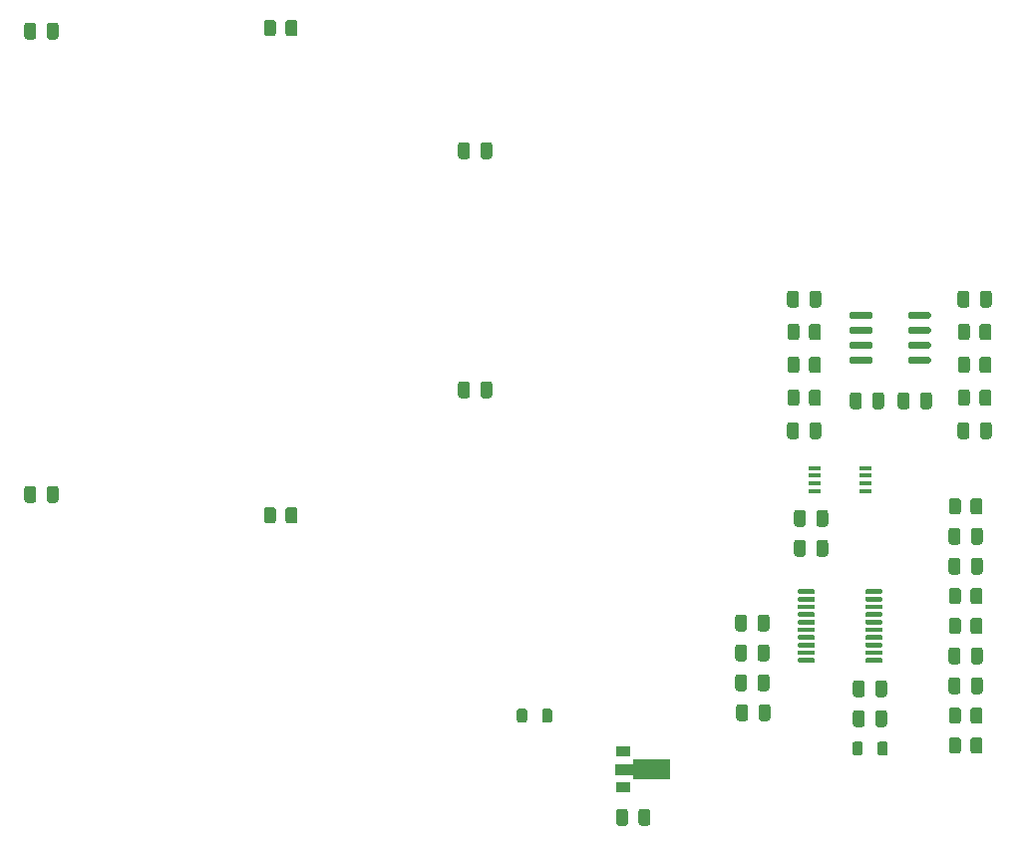
<source format=gbp>
G04 #@! TF.GenerationSoftware,KiCad,Pcbnew,6.0.5+dfsg-1~bpo11+1*
G04 #@! TF.CreationDate,2022-08-16T14:50:18+00:00*
G04 #@! TF.ProjectId,lfo_and_power_supply,6c666f5f-616e-4645-9f70-6f7765725f73,0*
G04 #@! TF.SameCoordinates,Original*
G04 #@! TF.FileFunction,Paste,Bot*
G04 #@! TF.FilePolarity,Positive*
%FSLAX46Y46*%
G04 Gerber Fmt 4.6, Leading zero omitted, Abs format (unit mm)*
G04 Created by KiCad (PCBNEW 6.0.5+dfsg-1~bpo11+1) date 2022-08-16 14:50:18*
%MOMM*%
%LPD*%
G01*
G04 APERTURE LIST*
%ADD10R,1.300000X0.900000*%
%ADD11R,1.100000X0.400000*%
G04 APERTURE END LIST*
G36*
G01*
X164586500Y-105697000D02*
X164586500Y-106647000D01*
G75*
G02*
X164336500Y-106897000I-250000J0D01*
G01*
X163836500Y-106897000D01*
G75*
G02*
X163586500Y-106647000I0J250000D01*
G01*
X163586500Y-105697000D01*
G75*
G02*
X163836500Y-105447000I250000J0D01*
G01*
X164336500Y-105447000D01*
G75*
G02*
X164586500Y-105697000I0J-250000D01*
G01*
G37*
G36*
G01*
X162686500Y-105697000D02*
X162686500Y-106647000D01*
G75*
G02*
X162436500Y-106897000I-250000J0D01*
G01*
X161936500Y-106897000D01*
G75*
G02*
X161686500Y-106647000I0J250000D01*
G01*
X161686500Y-105697000D01*
G75*
G02*
X161936500Y-105447000I250000J0D01*
G01*
X162436500Y-105447000D01*
G75*
G02*
X162686500Y-105697000I0J-250000D01*
G01*
G37*
G36*
G01*
X159598000Y-119667000D02*
X159598000Y-120617000D01*
G75*
G02*
X159348000Y-120867000I-250000J0D01*
G01*
X158848000Y-120867000D01*
G75*
G02*
X158598000Y-120617000I0J250000D01*
G01*
X158598000Y-119667000D01*
G75*
G02*
X158848000Y-119417000I250000J0D01*
G01*
X159348000Y-119417000D01*
G75*
G02*
X159598000Y-119667000I0J-250000D01*
G01*
G37*
G36*
G01*
X157698000Y-119667000D02*
X157698000Y-120617000D01*
G75*
G02*
X157448000Y-120867000I-250000J0D01*
G01*
X156948000Y-120867000D01*
G75*
G02*
X156698000Y-120617000I0J250000D01*
G01*
X156698000Y-119667000D01*
G75*
G02*
X156948000Y-119417000I250000J0D01*
G01*
X157448000Y-119417000D01*
G75*
G02*
X157698000Y-119667000I0J-250000D01*
G01*
G37*
G36*
G01*
X175613000Y-96368000D02*
X175613000Y-95468000D01*
G75*
G02*
X175863000Y-95218000I250000J0D01*
G01*
X176388000Y-95218000D01*
G75*
G02*
X176638000Y-95468000I0J-250000D01*
G01*
X176638000Y-96368000D01*
G75*
G02*
X176388000Y-96618000I-250000J0D01*
G01*
X175863000Y-96618000D01*
G75*
G02*
X175613000Y-96368000I0J250000D01*
G01*
G37*
G36*
G01*
X177438000Y-96368000D02*
X177438000Y-95468000D01*
G75*
G02*
X177688000Y-95218000I250000J0D01*
G01*
X178213000Y-95218000D01*
G75*
G02*
X178463000Y-95468000I0J-250000D01*
G01*
X178463000Y-96368000D01*
G75*
G02*
X178213000Y-96618000I-250000J0D01*
G01*
X177688000Y-96618000D01*
G75*
G02*
X177438000Y-96368000I0J250000D01*
G01*
G37*
G36*
G01*
X163985000Y-89880000D02*
X163985000Y-90780000D01*
G75*
G02*
X163735000Y-91030000I-250000J0D01*
G01*
X163210000Y-91030000D01*
G75*
G02*
X162960000Y-90780000I0J250000D01*
G01*
X162960000Y-89880000D01*
G75*
G02*
X163210000Y-89630000I250000J0D01*
G01*
X163735000Y-89630000D01*
G75*
G02*
X163985000Y-89880000I0J-250000D01*
G01*
G37*
G36*
G01*
X162160000Y-89880000D02*
X162160000Y-90780000D01*
G75*
G02*
X161910000Y-91030000I-250000J0D01*
G01*
X161385000Y-91030000D01*
G75*
G02*
X161135000Y-90780000I0J250000D01*
G01*
X161135000Y-89880000D01*
G75*
G02*
X161385000Y-89630000I250000J0D01*
G01*
X161910000Y-89630000D01*
G75*
G02*
X162160000Y-89880000I0J-250000D01*
G01*
G37*
G36*
G01*
X174826000Y-110711000D02*
X174826000Y-109761000D01*
G75*
G02*
X175076000Y-109511000I250000J0D01*
G01*
X175576000Y-109511000D01*
G75*
G02*
X175826000Y-109761000I0J-250000D01*
G01*
X175826000Y-110711000D01*
G75*
G02*
X175576000Y-110961000I-250000J0D01*
G01*
X175076000Y-110961000D01*
G75*
G02*
X174826000Y-110711000I0J250000D01*
G01*
G37*
G36*
G01*
X176726000Y-110711000D02*
X176726000Y-109761000D01*
G75*
G02*
X176976000Y-109511000I250000J0D01*
G01*
X177476000Y-109511000D01*
G75*
G02*
X177726000Y-109761000I0J-250000D01*
G01*
X177726000Y-110711000D01*
G75*
G02*
X177476000Y-110961000I-250000J0D01*
G01*
X176976000Y-110961000D01*
G75*
G02*
X176726000Y-110711000I0J250000D01*
G01*
G37*
G36*
G01*
X99240000Y-64295000D02*
X99240000Y-65245000D01*
G75*
G02*
X98990000Y-65495000I-250000J0D01*
G01*
X98490000Y-65495000D01*
G75*
G02*
X98240000Y-65245000I0J250000D01*
G01*
X98240000Y-64295000D01*
G75*
G02*
X98490000Y-64045000I250000J0D01*
G01*
X98990000Y-64045000D01*
G75*
G02*
X99240000Y-64295000I0J-250000D01*
G01*
G37*
G36*
G01*
X97340000Y-64295000D02*
X97340000Y-65245000D01*
G75*
G02*
X97090000Y-65495000I-250000J0D01*
G01*
X96590000Y-65495000D01*
G75*
G02*
X96340000Y-65245000I0J250000D01*
G01*
X96340000Y-64295000D01*
G75*
G02*
X96590000Y-64045000I250000J0D01*
G01*
X97090000Y-64045000D01*
G75*
G02*
X97340000Y-64295000I0J-250000D01*
G01*
G37*
G36*
G01*
X99240000Y-103665000D02*
X99240000Y-104615000D01*
G75*
G02*
X98990000Y-104865000I-250000J0D01*
G01*
X98490000Y-104865000D01*
G75*
G02*
X98240000Y-104615000I0J250000D01*
G01*
X98240000Y-103665000D01*
G75*
G02*
X98490000Y-103415000I250000J0D01*
G01*
X98990000Y-103415000D01*
G75*
G02*
X99240000Y-103665000I0J-250000D01*
G01*
G37*
G36*
G01*
X97340000Y-103665000D02*
X97340000Y-104615000D01*
G75*
G02*
X97090000Y-104865000I-250000J0D01*
G01*
X96590000Y-104865000D01*
G75*
G02*
X96340000Y-104615000I0J250000D01*
G01*
X96340000Y-103665000D01*
G75*
G02*
X96590000Y-103415000I250000J0D01*
G01*
X97090000Y-103415000D01*
G75*
G02*
X97340000Y-103665000I0J-250000D01*
G01*
G37*
G36*
G01*
X166648000Y-126111250D02*
X166648000Y-125348750D01*
G75*
G02*
X166866750Y-125130000I218750J0D01*
G01*
X167304250Y-125130000D01*
G75*
G02*
X167523000Y-125348750I0J-218750D01*
G01*
X167523000Y-126111250D01*
G75*
G02*
X167304250Y-126330000I-218750J0D01*
G01*
X166866750Y-126330000D01*
G75*
G02*
X166648000Y-126111250I0J218750D01*
G01*
G37*
G36*
G01*
X168773000Y-126111250D02*
X168773000Y-125348750D01*
G75*
G02*
X168991750Y-125130000I218750J0D01*
G01*
X169429250Y-125130000D01*
G75*
G02*
X169648000Y-125348750I0J-218750D01*
G01*
X169648000Y-126111250D01*
G75*
G02*
X169429250Y-126330000I-218750J0D01*
G01*
X168991750Y-126330000D01*
G75*
G02*
X168773000Y-126111250I0J218750D01*
G01*
G37*
G36*
G01*
X169344000Y-95697000D02*
X169344000Y-96647000D01*
G75*
G02*
X169094000Y-96897000I-250000J0D01*
G01*
X168594000Y-96897000D01*
G75*
G02*
X168344000Y-96647000I0J250000D01*
G01*
X168344000Y-95697000D01*
G75*
G02*
X168594000Y-95447000I250000J0D01*
G01*
X169094000Y-95447000D01*
G75*
G02*
X169344000Y-95697000I0J-250000D01*
G01*
G37*
G36*
G01*
X167444000Y-95697000D02*
X167444000Y-96647000D01*
G75*
G02*
X167194000Y-96897000I-250000J0D01*
G01*
X166694000Y-96897000D01*
G75*
G02*
X166444000Y-96647000I0J250000D01*
G01*
X166444000Y-95697000D01*
G75*
G02*
X166694000Y-95447000I250000J0D01*
G01*
X167194000Y-95447000D01*
G75*
G02*
X167444000Y-95697000I0J-250000D01*
G01*
G37*
G36*
G01*
X133170000Y-95725000D02*
X133170000Y-94775000D01*
G75*
G02*
X133420000Y-94525000I250000J0D01*
G01*
X133920000Y-94525000D01*
G75*
G02*
X134170000Y-94775000I0J-250000D01*
G01*
X134170000Y-95725000D01*
G75*
G02*
X133920000Y-95975000I-250000J0D01*
G01*
X133420000Y-95975000D01*
G75*
G02*
X133170000Y-95725000I0J250000D01*
G01*
G37*
G36*
G01*
X135070000Y-95725000D02*
X135070000Y-94775000D01*
G75*
G02*
X135320000Y-94525000I250000J0D01*
G01*
X135820000Y-94525000D01*
G75*
G02*
X136070000Y-94775000I0J-250000D01*
G01*
X136070000Y-95725000D01*
G75*
G02*
X135820000Y-95975000I-250000J0D01*
G01*
X135320000Y-95975000D01*
G75*
G02*
X135070000Y-95725000I0J250000D01*
G01*
G37*
G36*
G01*
X159598000Y-117127000D02*
X159598000Y-118077000D01*
G75*
G02*
X159348000Y-118327000I-250000J0D01*
G01*
X158848000Y-118327000D01*
G75*
G02*
X158598000Y-118077000I0J250000D01*
G01*
X158598000Y-117127000D01*
G75*
G02*
X158848000Y-116877000I250000J0D01*
G01*
X159348000Y-116877000D01*
G75*
G02*
X159598000Y-117127000I0J-250000D01*
G01*
G37*
G36*
G01*
X157698000Y-117127000D02*
X157698000Y-118077000D01*
G75*
G02*
X157448000Y-118327000I-250000J0D01*
G01*
X156948000Y-118327000D01*
G75*
G02*
X156698000Y-118077000I0J250000D01*
G01*
X156698000Y-117127000D01*
G75*
G02*
X156948000Y-116877000I250000J0D01*
G01*
X157448000Y-116877000D01*
G75*
G02*
X157698000Y-117127000I0J-250000D01*
G01*
G37*
G36*
G01*
X166698000Y-123665000D02*
X166698000Y-122715000D01*
G75*
G02*
X166948000Y-122465000I250000J0D01*
G01*
X167448000Y-122465000D01*
G75*
G02*
X167698000Y-122715000I0J-250000D01*
G01*
X167698000Y-123665000D01*
G75*
G02*
X167448000Y-123915000I-250000J0D01*
G01*
X166948000Y-123915000D01*
G75*
G02*
X166698000Y-123665000I0J250000D01*
G01*
G37*
G36*
G01*
X168598000Y-123665000D02*
X168598000Y-122715000D01*
G75*
G02*
X168848000Y-122465000I250000J0D01*
G01*
X169348000Y-122465000D01*
G75*
G02*
X169598000Y-122715000I0J-250000D01*
G01*
X169598000Y-123665000D01*
G75*
G02*
X169348000Y-123915000I-250000J0D01*
G01*
X168848000Y-123915000D01*
G75*
G02*
X168598000Y-123665000I0J250000D01*
G01*
G37*
G36*
G01*
X159692000Y-122207000D02*
X159692000Y-123157000D01*
G75*
G02*
X159442000Y-123407000I-250000J0D01*
G01*
X158942000Y-123407000D01*
G75*
G02*
X158692000Y-123157000I0J250000D01*
G01*
X158692000Y-122207000D01*
G75*
G02*
X158942000Y-121957000I250000J0D01*
G01*
X159442000Y-121957000D01*
G75*
G02*
X159692000Y-122207000I0J-250000D01*
G01*
G37*
G36*
G01*
X157792000Y-122207000D02*
X157792000Y-123157000D01*
G75*
G02*
X157542000Y-123407000I-250000J0D01*
G01*
X157042000Y-123407000D01*
G75*
G02*
X156792000Y-123157000I0J250000D01*
G01*
X156792000Y-122207000D01*
G75*
G02*
X157042000Y-121957000I250000J0D01*
G01*
X157542000Y-121957000D01*
G75*
G02*
X157792000Y-122207000I0J-250000D01*
G01*
G37*
G36*
G01*
X116685000Y-64966000D02*
X116685000Y-64066000D01*
G75*
G02*
X116935000Y-63816000I250000J0D01*
G01*
X117460000Y-63816000D01*
G75*
G02*
X117710000Y-64066000I0J-250000D01*
G01*
X117710000Y-64966000D01*
G75*
G02*
X117460000Y-65216000I-250000J0D01*
G01*
X116935000Y-65216000D01*
G75*
G02*
X116685000Y-64966000I0J250000D01*
G01*
G37*
G36*
G01*
X118510000Y-64966000D02*
X118510000Y-64066000D01*
G75*
G02*
X118760000Y-63816000I250000J0D01*
G01*
X119285000Y-63816000D01*
G75*
G02*
X119535000Y-64066000I0J-250000D01*
G01*
X119535000Y-64966000D01*
G75*
G02*
X119285000Y-65216000I-250000J0D01*
G01*
X118760000Y-65216000D01*
G75*
G02*
X118510000Y-64966000I0J250000D01*
G01*
G37*
G36*
G01*
X159598000Y-114587000D02*
X159598000Y-115537000D01*
G75*
G02*
X159348000Y-115787000I-250000J0D01*
G01*
X158848000Y-115787000D01*
G75*
G02*
X158598000Y-115537000I0J250000D01*
G01*
X158598000Y-114587000D01*
G75*
G02*
X158848000Y-114337000I250000J0D01*
G01*
X159348000Y-114337000D01*
G75*
G02*
X159598000Y-114587000I0J-250000D01*
G01*
G37*
G36*
G01*
X157698000Y-114587000D02*
X157698000Y-115537000D01*
G75*
G02*
X157448000Y-115787000I-250000J0D01*
G01*
X156948000Y-115787000D01*
G75*
G02*
X156698000Y-115537000I0J250000D01*
G01*
X156698000Y-114587000D01*
G75*
G02*
X156948000Y-114337000I250000J0D01*
G01*
X157448000Y-114337000D01*
G75*
G02*
X157698000Y-114587000I0J-250000D01*
G01*
G37*
G36*
G01*
X133170000Y-75405000D02*
X133170000Y-74455000D01*
G75*
G02*
X133420000Y-74205000I250000J0D01*
G01*
X133920000Y-74205000D01*
G75*
G02*
X134170000Y-74455000I0J-250000D01*
G01*
X134170000Y-75405000D01*
G75*
G02*
X133920000Y-75655000I-250000J0D01*
G01*
X133420000Y-75655000D01*
G75*
G02*
X133170000Y-75405000I0J250000D01*
G01*
G37*
G36*
G01*
X135070000Y-75405000D02*
X135070000Y-74455000D01*
G75*
G02*
X135320000Y-74205000I250000J0D01*
G01*
X135820000Y-74205000D01*
G75*
G02*
X136070000Y-74455000I0J-250000D01*
G01*
X136070000Y-75405000D01*
G75*
G02*
X135820000Y-75655000I-250000J0D01*
G01*
X135320000Y-75655000D01*
G75*
G02*
X135070000Y-75405000I0J250000D01*
G01*
G37*
G36*
G01*
X174826000Y-118331000D02*
X174826000Y-117381000D01*
G75*
G02*
X175076000Y-117131000I250000J0D01*
G01*
X175576000Y-117131000D01*
G75*
G02*
X175826000Y-117381000I0J-250000D01*
G01*
X175826000Y-118331000D01*
G75*
G02*
X175576000Y-118581000I-250000J0D01*
G01*
X175076000Y-118581000D01*
G75*
G02*
X174826000Y-118331000I0J250000D01*
G01*
G37*
G36*
G01*
X176726000Y-118331000D02*
X176726000Y-117381000D01*
G75*
G02*
X176976000Y-117131000I250000J0D01*
G01*
X177476000Y-117131000D01*
G75*
G02*
X177726000Y-117381000I0J-250000D01*
G01*
X177726000Y-118331000D01*
G75*
G02*
X177476000Y-118581000I-250000J0D01*
G01*
X176976000Y-118581000D01*
G75*
G02*
X176726000Y-118331000I0J250000D01*
G01*
G37*
G36*
G01*
X174826000Y-108171000D02*
X174826000Y-107221000D01*
G75*
G02*
X175076000Y-106971000I250000J0D01*
G01*
X175576000Y-106971000D01*
G75*
G02*
X175826000Y-107221000I0J-250000D01*
G01*
X175826000Y-108171000D01*
G75*
G02*
X175576000Y-108421000I-250000J0D01*
G01*
X175076000Y-108421000D01*
G75*
G02*
X174826000Y-108171000I0J250000D01*
G01*
G37*
G36*
G01*
X176726000Y-108171000D02*
X176726000Y-107221000D01*
G75*
G02*
X176976000Y-106971000I250000J0D01*
G01*
X177476000Y-106971000D01*
G75*
G02*
X177726000Y-107221000I0J-250000D01*
G01*
X177726000Y-108171000D01*
G75*
G02*
X177476000Y-108421000I-250000J0D01*
G01*
X176976000Y-108421000D01*
G75*
G02*
X176726000Y-108171000I0J250000D01*
G01*
G37*
G36*
G01*
X177701000Y-114866000D02*
X177701000Y-115766000D01*
G75*
G02*
X177451000Y-116016000I-250000J0D01*
G01*
X176926000Y-116016000D01*
G75*
G02*
X176676000Y-115766000I0J250000D01*
G01*
X176676000Y-114866000D01*
G75*
G02*
X176926000Y-114616000I250000J0D01*
G01*
X177451000Y-114616000D01*
G75*
G02*
X177701000Y-114866000I0J-250000D01*
G01*
G37*
G36*
G01*
X175876000Y-114866000D02*
X175876000Y-115766000D01*
G75*
G02*
X175626000Y-116016000I-250000J0D01*
G01*
X175101000Y-116016000D01*
G75*
G02*
X174851000Y-115766000I0J250000D01*
G01*
X174851000Y-114866000D01*
G75*
G02*
X175101000Y-114616000I250000J0D01*
G01*
X175626000Y-114616000D01*
G75*
G02*
X175876000Y-114866000I0J-250000D01*
G01*
G37*
G36*
G01*
X178463000Y-92674000D02*
X178463000Y-93574000D01*
G75*
G02*
X178213000Y-93824000I-250000J0D01*
G01*
X177688000Y-93824000D01*
G75*
G02*
X177438000Y-93574000I0J250000D01*
G01*
X177438000Y-92674000D01*
G75*
G02*
X177688000Y-92424000I250000J0D01*
G01*
X178213000Y-92424000D01*
G75*
G02*
X178463000Y-92674000I0J-250000D01*
G01*
G37*
G36*
G01*
X176638000Y-92674000D02*
X176638000Y-93574000D01*
G75*
G02*
X176388000Y-93824000I-250000J0D01*
G01*
X175863000Y-93824000D01*
G75*
G02*
X175613000Y-93574000I0J250000D01*
G01*
X175613000Y-92674000D01*
G75*
G02*
X175863000Y-92424000I250000J0D01*
G01*
X176388000Y-92424000D01*
G75*
G02*
X176638000Y-92674000I0J-250000D01*
G01*
G37*
G36*
G01*
X169208000Y-112291000D02*
X169208000Y-112491000D01*
G75*
G02*
X169108000Y-112591000I-100000J0D01*
G01*
X167833000Y-112591000D01*
G75*
G02*
X167733000Y-112491000I0J100000D01*
G01*
X167733000Y-112291000D01*
G75*
G02*
X167833000Y-112191000I100000J0D01*
G01*
X169108000Y-112191000D01*
G75*
G02*
X169208000Y-112291000I0J-100000D01*
G01*
G37*
G36*
G01*
X169208000Y-112941000D02*
X169208000Y-113141000D01*
G75*
G02*
X169108000Y-113241000I-100000J0D01*
G01*
X167833000Y-113241000D01*
G75*
G02*
X167733000Y-113141000I0J100000D01*
G01*
X167733000Y-112941000D01*
G75*
G02*
X167833000Y-112841000I100000J0D01*
G01*
X169108000Y-112841000D01*
G75*
G02*
X169208000Y-112941000I0J-100000D01*
G01*
G37*
G36*
G01*
X169208000Y-113591000D02*
X169208000Y-113791000D01*
G75*
G02*
X169108000Y-113891000I-100000J0D01*
G01*
X167833000Y-113891000D01*
G75*
G02*
X167733000Y-113791000I0J100000D01*
G01*
X167733000Y-113591000D01*
G75*
G02*
X167833000Y-113491000I100000J0D01*
G01*
X169108000Y-113491000D01*
G75*
G02*
X169208000Y-113591000I0J-100000D01*
G01*
G37*
G36*
G01*
X169208000Y-114241000D02*
X169208000Y-114441000D01*
G75*
G02*
X169108000Y-114541000I-100000J0D01*
G01*
X167833000Y-114541000D01*
G75*
G02*
X167733000Y-114441000I0J100000D01*
G01*
X167733000Y-114241000D01*
G75*
G02*
X167833000Y-114141000I100000J0D01*
G01*
X169108000Y-114141000D01*
G75*
G02*
X169208000Y-114241000I0J-100000D01*
G01*
G37*
G36*
G01*
X169208000Y-114891000D02*
X169208000Y-115091000D01*
G75*
G02*
X169108000Y-115191000I-100000J0D01*
G01*
X167833000Y-115191000D01*
G75*
G02*
X167733000Y-115091000I0J100000D01*
G01*
X167733000Y-114891000D01*
G75*
G02*
X167833000Y-114791000I100000J0D01*
G01*
X169108000Y-114791000D01*
G75*
G02*
X169208000Y-114891000I0J-100000D01*
G01*
G37*
G36*
G01*
X169208000Y-115541000D02*
X169208000Y-115741000D01*
G75*
G02*
X169108000Y-115841000I-100000J0D01*
G01*
X167833000Y-115841000D01*
G75*
G02*
X167733000Y-115741000I0J100000D01*
G01*
X167733000Y-115541000D01*
G75*
G02*
X167833000Y-115441000I100000J0D01*
G01*
X169108000Y-115441000D01*
G75*
G02*
X169208000Y-115541000I0J-100000D01*
G01*
G37*
G36*
G01*
X169208000Y-116191000D02*
X169208000Y-116391000D01*
G75*
G02*
X169108000Y-116491000I-100000J0D01*
G01*
X167833000Y-116491000D01*
G75*
G02*
X167733000Y-116391000I0J100000D01*
G01*
X167733000Y-116191000D01*
G75*
G02*
X167833000Y-116091000I100000J0D01*
G01*
X169108000Y-116091000D01*
G75*
G02*
X169208000Y-116191000I0J-100000D01*
G01*
G37*
G36*
G01*
X169208000Y-116841000D02*
X169208000Y-117041000D01*
G75*
G02*
X169108000Y-117141000I-100000J0D01*
G01*
X167833000Y-117141000D01*
G75*
G02*
X167733000Y-117041000I0J100000D01*
G01*
X167733000Y-116841000D01*
G75*
G02*
X167833000Y-116741000I100000J0D01*
G01*
X169108000Y-116741000D01*
G75*
G02*
X169208000Y-116841000I0J-100000D01*
G01*
G37*
G36*
G01*
X169208000Y-117491000D02*
X169208000Y-117691000D01*
G75*
G02*
X169108000Y-117791000I-100000J0D01*
G01*
X167833000Y-117791000D01*
G75*
G02*
X167733000Y-117691000I0J100000D01*
G01*
X167733000Y-117491000D01*
G75*
G02*
X167833000Y-117391000I100000J0D01*
G01*
X169108000Y-117391000D01*
G75*
G02*
X169208000Y-117491000I0J-100000D01*
G01*
G37*
G36*
G01*
X169208000Y-118141000D02*
X169208000Y-118341000D01*
G75*
G02*
X169108000Y-118441000I-100000J0D01*
G01*
X167833000Y-118441000D01*
G75*
G02*
X167733000Y-118341000I0J100000D01*
G01*
X167733000Y-118141000D01*
G75*
G02*
X167833000Y-118041000I100000J0D01*
G01*
X169108000Y-118041000D01*
G75*
G02*
X169208000Y-118141000I0J-100000D01*
G01*
G37*
G36*
G01*
X163483000Y-118141000D02*
X163483000Y-118341000D01*
G75*
G02*
X163383000Y-118441000I-100000J0D01*
G01*
X162108000Y-118441000D01*
G75*
G02*
X162008000Y-118341000I0J100000D01*
G01*
X162008000Y-118141000D01*
G75*
G02*
X162108000Y-118041000I100000J0D01*
G01*
X163383000Y-118041000D01*
G75*
G02*
X163483000Y-118141000I0J-100000D01*
G01*
G37*
G36*
G01*
X163483000Y-117491000D02*
X163483000Y-117691000D01*
G75*
G02*
X163383000Y-117791000I-100000J0D01*
G01*
X162108000Y-117791000D01*
G75*
G02*
X162008000Y-117691000I0J100000D01*
G01*
X162008000Y-117491000D01*
G75*
G02*
X162108000Y-117391000I100000J0D01*
G01*
X163383000Y-117391000D01*
G75*
G02*
X163483000Y-117491000I0J-100000D01*
G01*
G37*
G36*
G01*
X163483000Y-116841000D02*
X163483000Y-117041000D01*
G75*
G02*
X163383000Y-117141000I-100000J0D01*
G01*
X162108000Y-117141000D01*
G75*
G02*
X162008000Y-117041000I0J100000D01*
G01*
X162008000Y-116841000D01*
G75*
G02*
X162108000Y-116741000I100000J0D01*
G01*
X163383000Y-116741000D01*
G75*
G02*
X163483000Y-116841000I0J-100000D01*
G01*
G37*
G36*
G01*
X163483000Y-116191000D02*
X163483000Y-116391000D01*
G75*
G02*
X163383000Y-116491000I-100000J0D01*
G01*
X162108000Y-116491000D01*
G75*
G02*
X162008000Y-116391000I0J100000D01*
G01*
X162008000Y-116191000D01*
G75*
G02*
X162108000Y-116091000I100000J0D01*
G01*
X163383000Y-116091000D01*
G75*
G02*
X163483000Y-116191000I0J-100000D01*
G01*
G37*
G36*
G01*
X163483000Y-115541000D02*
X163483000Y-115741000D01*
G75*
G02*
X163383000Y-115841000I-100000J0D01*
G01*
X162108000Y-115841000D01*
G75*
G02*
X162008000Y-115741000I0J100000D01*
G01*
X162008000Y-115541000D01*
G75*
G02*
X162108000Y-115441000I100000J0D01*
G01*
X163383000Y-115441000D01*
G75*
G02*
X163483000Y-115541000I0J-100000D01*
G01*
G37*
G36*
G01*
X163483000Y-114891000D02*
X163483000Y-115091000D01*
G75*
G02*
X163383000Y-115191000I-100000J0D01*
G01*
X162108000Y-115191000D01*
G75*
G02*
X162008000Y-115091000I0J100000D01*
G01*
X162008000Y-114891000D01*
G75*
G02*
X162108000Y-114791000I100000J0D01*
G01*
X163383000Y-114791000D01*
G75*
G02*
X163483000Y-114891000I0J-100000D01*
G01*
G37*
G36*
G01*
X163483000Y-114241000D02*
X163483000Y-114441000D01*
G75*
G02*
X163383000Y-114541000I-100000J0D01*
G01*
X162108000Y-114541000D01*
G75*
G02*
X162008000Y-114441000I0J100000D01*
G01*
X162008000Y-114241000D01*
G75*
G02*
X162108000Y-114141000I100000J0D01*
G01*
X163383000Y-114141000D01*
G75*
G02*
X163483000Y-114241000I0J-100000D01*
G01*
G37*
G36*
G01*
X163483000Y-113591000D02*
X163483000Y-113791000D01*
G75*
G02*
X163383000Y-113891000I-100000J0D01*
G01*
X162108000Y-113891000D01*
G75*
G02*
X162008000Y-113791000I0J100000D01*
G01*
X162008000Y-113591000D01*
G75*
G02*
X162108000Y-113491000I100000J0D01*
G01*
X163383000Y-113491000D01*
G75*
G02*
X163483000Y-113591000I0J-100000D01*
G01*
G37*
G36*
G01*
X163483000Y-112941000D02*
X163483000Y-113141000D01*
G75*
G02*
X163383000Y-113241000I-100000J0D01*
G01*
X162108000Y-113241000D01*
G75*
G02*
X162008000Y-113141000I0J100000D01*
G01*
X162008000Y-112941000D01*
G75*
G02*
X162108000Y-112841000I100000J0D01*
G01*
X163383000Y-112841000D01*
G75*
G02*
X163483000Y-112941000I0J-100000D01*
G01*
G37*
G36*
G01*
X163483000Y-112291000D02*
X163483000Y-112491000D01*
G75*
G02*
X163383000Y-112591000I-100000J0D01*
G01*
X162108000Y-112591000D01*
G75*
G02*
X162008000Y-112491000I0J100000D01*
G01*
X162008000Y-112291000D01*
G75*
G02*
X162108000Y-112191000I100000J0D01*
G01*
X163383000Y-112191000D01*
G75*
G02*
X163483000Y-112291000I0J-100000D01*
G01*
G37*
G36*
G01*
X173315000Y-88783000D02*
X173315000Y-89083000D01*
G75*
G02*
X173165000Y-89233000I-150000J0D01*
G01*
X171515000Y-89233000D01*
G75*
G02*
X171365000Y-89083000I0J150000D01*
G01*
X171365000Y-88783000D01*
G75*
G02*
X171515000Y-88633000I150000J0D01*
G01*
X173165000Y-88633000D01*
G75*
G02*
X173315000Y-88783000I0J-150000D01*
G01*
G37*
G36*
G01*
X173315000Y-90053000D02*
X173315000Y-90353000D01*
G75*
G02*
X173165000Y-90503000I-150000J0D01*
G01*
X171515000Y-90503000D01*
G75*
G02*
X171365000Y-90353000I0J150000D01*
G01*
X171365000Y-90053000D01*
G75*
G02*
X171515000Y-89903000I150000J0D01*
G01*
X173165000Y-89903000D01*
G75*
G02*
X173315000Y-90053000I0J-150000D01*
G01*
G37*
G36*
G01*
X173315000Y-91323000D02*
X173315000Y-91623000D01*
G75*
G02*
X173165000Y-91773000I-150000J0D01*
G01*
X171515000Y-91773000D01*
G75*
G02*
X171365000Y-91623000I0J150000D01*
G01*
X171365000Y-91323000D01*
G75*
G02*
X171515000Y-91173000I150000J0D01*
G01*
X173165000Y-91173000D01*
G75*
G02*
X173315000Y-91323000I0J-150000D01*
G01*
G37*
G36*
G01*
X173315000Y-92593000D02*
X173315000Y-92893000D01*
G75*
G02*
X173165000Y-93043000I-150000J0D01*
G01*
X171515000Y-93043000D01*
G75*
G02*
X171365000Y-92893000I0J150000D01*
G01*
X171365000Y-92593000D01*
G75*
G02*
X171515000Y-92443000I150000J0D01*
G01*
X173165000Y-92443000D01*
G75*
G02*
X173315000Y-92593000I0J-150000D01*
G01*
G37*
G36*
G01*
X168365000Y-92593000D02*
X168365000Y-92893000D01*
G75*
G02*
X168215000Y-93043000I-150000J0D01*
G01*
X166565000Y-93043000D01*
G75*
G02*
X166415000Y-92893000I0J150000D01*
G01*
X166415000Y-92593000D01*
G75*
G02*
X166565000Y-92443000I150000J0D01*
G01*
X168215000Y-92443000D01*
G75*
G02*
X168365000Y-92593000I0J-150000D01*
G01*
G37*
G36*
G01*
X168365000Y-91323000D02*
X168365000Y-91623000D01*
G75*
G02*
X168215000Y-91773000I-150000J0D01*
G01*
X166565000Y-91773000D01*
G75*
G02*
X166415000Y-91623000I0J150000D01*
G01*
X166415000Y-91323000D01*
G75*
G02*
X166565000Y-91173000I150000J0D01*
G01*
X168215000Y-91173000D01*
G75*
G02*
X168365000Y-91323000I0J-150000D01*
G01*
G37*
G36*
G01*
X168365000Y-90053000D02*
X168365000Y-90353000D01*
G75*
G02*
X168215000Y-90503000I-150000J0D01*
G01*
X166565000Y-90503000D01*
G75*
G02*
X166415000Y-90353000I0J150000D01*
G01*
X166415000Y-90053000D01*
G75*
G02*
X166565000Y-89903000I150000J0D01*
G01*
X168215000Y-89903000D01*
G75*
G02*
X168365000Y-90053000I0J-150000D01*
G01*
G37*
G36*
G01*
X168365000Y-88783000D02*
X168365000Y-89083000D01*
G75*
G02*
X168215000Y-89233000I-150000J0D01*
G01*
X166565000Y-89233000D01*
G75*
G02*
X166415000Y-89083000I0J150000D01*
G01*
X166415000Y-88783000D01*
G75*
G02*
X166565000Y-88633000I150000J0D01*
G01*
X168215000Y-88633000D01*
G75*
G02*
X168365000Y-88783000I0J-150000D01*
G01*
G37*
G36*
G01*
X166698000Y-121125000D02*
X166698000Y-120175000D01*
G75*
G02*
X166948000Y-119925000I250000J0D01*
G01*
X167448000Y-119925000D01*
G75*
G02*
X167698000Y-120175000I0J-250000D01*
G01*
X167698000Y-121125000D01*
G75*
G02*
X167448000Y-121375000I-250000J0D01*
G01*
X166948000Y-121375000D01*
G75*
G02*
X166698000Y-121125000I0J250000D01*
G01*
G37*
G36*
G01*
X168598000Y-121125000D02*
X168598000Y-120175000D01*
G75*
G02*
X168848000Y-119925000I250000J0D01*
G01*
X169348000Y-119925000D01*
G75*
G02*
X169598000Y-120175000I0J-250000D01*
G01*
X169598000Y-121125000D01*
G75*
G02*
X169348000Y-121375000I-250000J0D01*
G01*
X168848000Y-121375000D01*
G75*
G02*
X168598000Y-121125000I0J250000D01*
G01*
G37*
G36*
G01*
X164010000Y-98237000D02*
X164010000Y-99187000D01*
G75*
G02*
X163760000Y-99437000I-250000J0D01*
G01*
X163260000Y-99437000D01*
G75*
G02*
X163010000Y-99187000I0J250000D01*
G01*
X163010000Y-98237000D01*
G75*
G02*
X163260000Y-97987000I250000J0D01*
G01*
X163760000Y-97987000D01*
G75*
G02*
X164010000Y-98237000I0J-250000D01*
G01*
G37*
G36*
G01*
X162110000Y-98237000D02*
X162110000Y-99187000D01*
G75*
G02*
X161860000Y-99437000I-250000J0D01*
G01*
X161360000Y-99437000D01*
G75*
G02*
X161110000Y-99187000I0J250000D01*
G01*
X161110000Y-98237000D01*
G75*
G02*
X161360000Y-97987000I250000J0D01*
G01*
X161860000Y-97987000D01*
G75*
G02*
X162110000Y-98237000I0J-250000D01*
G01*
G37*
G36*
G01*
X138161500Y-123317250D02*
X138161500Y-122554750D01*
G75*
G02*
X138380250Y-122336000I218750J0D01*
G01*
X138817750Y-122336000D01*
G75*
G02*
X139036500Y-122554750I0J-218750D01*
G01*
X139036500Y-123317250D01*
G75*
G02*
X138817750Y-123536000I-218750J0D01*
G01*
X138380250Y-123536000D01*
G75*
G02*
X138161500Y-123317250I0J218750D01*
G01*
G37*
G36*
G01*
X140286500Y-123317250D02*
X140286500Y-122554750D01*
G75*
G02*
X140505250Y-122336000I218750J0D01*
G01*
X140942750Y-122336000D01*
G75*
G02*
X141161500Y-122554750I0J-218750D01*
G01*
X141161500Y-123317250D01*
G75*
G02*
X140942750Y-123536000I-218750J0D01*
G01*
X140505250Y-123536000D01*
G75*
G02*
X140286500Y-123317250I0J218750D01*
G01*
G37*
G36*
G01*
X174851000Y-123386000D02*
X174851000Y-122486000D01*
G75*
G02*
X175101000Y-122236000I250000J0D01*
G01*
X175626000Y-122236000D01*
G75*
G02*
X175876000Y-122486000I0J-250000D01*
G01*
X175876000Y-123386000D01*
G75*
G02*
X175626000Y-123636000I-250000J0D01*
G01*
X175101000Y-123636000D01*
G75*
G02*
X174851000Y-123386000I0J250000D01*
G01*
G37*
G36*
G01*
X176676000Y-123386000D02*
X176676000Y-122486000D01*
G75*
G02*
X176926000Y-122236000I250000J0D01*
G01*
X177451000Y-122236000D01*
G75*
G02*
X177701000Y-122486000I0J-250000D01*
G01*
X177701000Y-123386000D01*
G75*
G02*
X177451000Y-123636000I-250000J0D01*
G01*
X176926000Y-123636000D01*
G75*
G02*
X176676000Y-123386000I0J250000D01*
G01*
G37*
G36*
G01*
X163985000Y-95468000D02*
X163985000Y-96368000D01*
G75*
G02*
X163735000Y-96618000I-250000J0D01*
G01*
X163210000Y-96618000D01*
G75*
G02*
X162960000Y-96368000I0J250000D01*
G01*
X162960000Y-95468000D01*
G75*
G02*
X163210000Y-95218000I250000J0D01*
G01*
X163735000Y-95218000D01*
G75*
G02*
X163985000Y-95468000I0J-250000D01*
G01*
G37*
G36*
G01*
X162160000Y-95468000D02*
X162160000Y-96368000D01*
G75*
G02*
X161910000Y-96618000I-250000J0D01*
G01*
X161385000Y-96618000D01*
G75*
G02*
X161135000Y-96368000I0J250000D01*
G01*
X161135000Y-95468000D01*
G75*
G02*
X161385000Y-95218000I250000J0D01*
G01*
X161910000Y-95218000D01*
G75*
G02*
X162160000Y-95468000I0J-250000D01*
G01*
G37*
G36*
G01*
X175613000Y-90780000D02*
X175613000Y-89880000D01*
G75*
G02*
X175863000Y-89630000I250000J0D01*
G01*
X176388000Y-89630000D01*
G75*
G02*
X176638000Y-89880000I0J-250000D01*
G01*
X176638000Y-90780000D01*
G75*
G02*
X176388000Y-91030000I-250000J0D01*
G01*
X175863000Y-91030000D01*
G75*
G02*
X175613000Y-90780000I0J250000D01*
G01*
G37*
G36*
G01*
X177438000Y-90780000D02*
X177438000Y-89880000D01*
G75*
G02*
X177688000Y-89630000I250000J0D01*
G01*
X178213000Y-89630000D01*
G75*
G02*
X178463000Y-89880000I0J-250000D01*
G01*
X178463000Y-90780000D01*
G75*
G02*
X178213000Y-91030000I-250000J0D01*
G01*
X177688000Y-91030000D01*
G75*
G02*
X177438000Y-90780000I0J250000D01*
G01*
G37*
G36*
G01*
X174851000Y-113226000D02*
X174851000Y-112326000D01*
G75*
G02*
X175101000Y-112076000I250000J0D01*
G01*
X175626000Y-112076000D01*
G75*
G02*
X175876000Y-112326000I0J-250000D01*
G01*
X175876000Y-113226000D01*
G75*
G02*
X175626000Y-113476000I-250000J0D01*
G01*
X175101000Y-113476000D01*
G75*
G02*
X174851000Y-113226000I0J250000D01*
G01*
G37*
G36*
G01*
X176676000Y-113226000D02*
X176676000Y-112326000D01*
G75*
G02*
X176926000Y-112076000I250000J0D01*
G01*
X177451000Y-112076000D01*
G75*
G02*
X177701000Y-112326000I0J-250000D01*
G01*
X177701000Y-113226000D01*
G75*
G02*
X177451000Y-113476000I-250000J0D01*
G01*
X176926000Y-113476000D01*
G75*
G02*
X176676000Y-113226000I0J250000D01*
G01*
G37*
G36*
G01*
X177701000Y-125026000D02*
X177701000Y-125926000D01*
G75*
G02*
X177451000Y-126176000I-250000J0D01*
G01*
X176926000Y-126176000D01*
G75*
G02*
X176676000Y-125926000I0J250000D01*
G01*
X176676000Y-125026000D01*
G75*
G02*
X176926000Y-124776000I250000J0D01*
G01*
X177451000Y-124776000D01*
G75*
G02*
X177701000Y-125026000I0J-250000D01*
G01*
G37*
G36*
G01*
X175876000Y-125026000D02*
X175876000Y-125926000D01*
G75*
G02*
X175626000Y-126176000I-250000J0D01*
G01*
X175101000Y-126176000D01*
G75*
G02*
X174851000Y-125926000I0J250000D01*
G01*
X174851000Y-125026000D01*
G75*
G02*
X175101000Y-124776000I250000J0D01*
G01*
X175626000Y-124776000D01*
G75*
G02*
X175876000Y-125026000I0J-250000D01*
G01*
G37*
G36*
G01*
X116685000Y-106368000D02*
X116685000Y-105468000D01*
G75*
G02*
X116935000Y-105218000I250000J0D01*
G01*
X117460000Y-105218000D01*
G75*
G02*
X117710000Y-105468000I0J-250000D01*
G01*
X117710000Y-106368000D01*
G75*
G02*
X117460000Y-106618000I-250000J0D01*
G01*
X116935000Y-106618000D01*
G75*
G02*
X116685000Y-106368000I0J250000D01*
G01*
G37*
G36*
G01*
X118510000Y-106368000D02*
X118510000Y-105468000D01*
G75*
G02*
X118760000Y-105218000I250000J0D01*
G01*
X119285000Y-105218000D01*
G75*
G02*
X119535000Y-105468000I0J-250000D01*
G01*
X119535000Y-106368000D01*
G75*
G02*
X119285000Y-106618000I-250000J0D01*
G01*
X118760000Y-106618000D01*
G75*
G02*
X118510000Y-106368000I0J250000D01*
G01*
G37*
G36*
G01*
X149493500Y-131097000D02*
X149493500Y-132047000D01*
G75*
G02*
X149243500Y-132297000I-250000J0D01*
G01*
X148743500Y-132297000D01*
G75*
G02*
X148493500Y-132047000I0J250000D01*
G01*
X148493500Y-131097000D01*
G75*
G02*
X148743500Y-130847000I250000J0D01*
G01*
X149243500Y-130847000D01*
G75*
G02*
X149493500Y-131097000I0J-250000D01*
G01*
G37*
G36*
G01*
X147593500Y-131097000D02*
X147593500Y-132047000D01*
G75*
G02*
X147343500Y-132297000I-250000J0D01*
G01*
X146843500Y-132297000D01*
G75*
G02*
X146593500Y-132047000I0J250000D01*
G01*
X146593500Y-131097000D01*
G75*
G02*
X146843500Y-130847000I250000J0D01*
G01*
X147343500Y-130847000D01*
G75*
G02*
X147593500Y-131097000I0J-250000D01*
G01*
G37*
G36*
G01*
X161135000Y-93574000D02*
X161135000Y-92674000D01*
G75*
G02*
X161385000Y-92424000I250000J0D01*
G01*
X161910000Y-92424000D01*
G75*
G02*
X162160000Y-92674000I0J-250000D01*
G01*
X162160000Y-93574000D01*
G75*
G02*
X161910000Y-93824000I-250000J0D01*
G01*
X161385000Y-93824000D01*
G75*
G02*
X161135000Y-93574000I0J250000D01*
G01*
G37*
G36*
G01*
X162960000Y-93574000D02*
X162960000Y-92674000D01*
G75*
G02*
X163210000Y-92424000I250000J0D01*
G01*
X163735000Y-92424000D01*
G75*
G02*
X163985000Y-92674000I0J-250000D01*
G01*
X163985000Y-93574000D01*
G75*
G02*
X163735000Y-93824000I-250000J0D01*
G01*
X163210000Y-93824000D01*
G75*
G02*
X162960000Y-93574000I0J250000D01*
G01*
G37*
G36*
G01*
X175588000Y-88011000D02*
X175588000Y-87061000D01*
G75*
G02*
X175838000Y-86811000I250000J0D01*
G01*
X176338000Y-86811000D01*
G75*
G02*
X176588000Y-87061000I0J-250000D01*
G01*
X176588000Y-88011000D01*
G75*
G02*
X176338000Y-88261000I-250000J0D01*
G01*
X175838000Y-88261000D01*
G75*
G02*
X175588000Y-88011000I0J250000D01*
G01*
G37*
G36*
G01*
X177488000Y-88011000D02*
X177488000Y-87061000D01*
G75*
G02*
X177738000Y-86811000I250000J0D01*
G01*
X178238000Y-86811000D01*
G75*
G02*
X178488000Y-87061000I0J-250000D01*
G01*
X178488000Y-88011000D01*
G75*
G02*
X178238000Y-88261000I-250000J0D01*
G01*
X177738000Y-88261000D01*
G75*
G02*
X177488000Y-88011000I0J250000D01*
G01*
G37*
G36*
G01*
X174851000Y-105606000D02*
X174851000Y-104706000D01*
G75*
G02*
X175101000Y-104456000I250000J0D01*
G01*
X175626000Y-104456000D01*
G75*
G02*
X175876000Y-104706000I0J-250000D01*
G01*
X175876000Y-105606000D01*
G75*
G02*
X175626000Y-105856000I-250000J0D01*
G01*
X175101000Y-105856000D01*
G75*
G02*
X174851000Y-105606000I0J250000D01*
G01*
G37*
G36*
G01*
X176676000Y-105606000D02*
X176676000Y-104706000D01*
G75*
G02*
X176926000Y-104456000I250000J0D01*
G01*
X177451000Y-104456000D01*
G75*
G02*
X177701000Y-104706000I0J-250000D01*
G01*
X177701000Y-105606000D01*
G75*
G02*
X177451000Y-105856000I-250000J0D01*
G01*
X176926000Y-105856000D01*
G75*
G02*
X176676000Y-105606000I0J250000D01*
G01*
G37*
G36*
G01*
X173408000Y-95697000D02*
X173408000Y-96647000D01*
G75*
G02*
X173158000Y-96897000I-250000J0D01*
G01*
X172658000Y-96897000D01*
G75*
G02*
X172408000Y-96647000I0J250000D01*
G01*
X172408000Y-95697000D01*
G75*
G02*
X172658000Y-95447000I250000J0D01*
G01*
X173158000Y-95447000D01*
G75*
G02*
X173408000Y-95697000I0J-250000D01*
G01*
G37*
G36*
G01*
X171508000Y-95697000D02*
X171508000Y-96647000D01*
G75*
G02*
X171258000Y-96897000I-250000J0D01*
G01*
X170758000Y-96897000D01*
G75*
G02*
X170508000Y-96647000I0J250000D01*
G01*
X170508000Y-95697000D01*
G75*
G02*
X170758000Y-95447000I250000J0D01*
G01*
X171258000Y-95447000D01*
G75*
G02*
X171508000Y-95697000I0J-250000D01*
G01*
G37*
G36*
G01*
X174826000Y-120871000D02*
X174826000Y-119921000D01*
G75*
G02*
X175076000Y-119671000I250000J0D01*
G01*
X175576000Y-119671000D01*
G75*
G02*
X175826000Y-119921000I0J-250000D01*
G01*
X175826000Y-120871000D01*
G75*
G02*
X175576000Y-121121000I-250000J0D01*
G01*
X175076000Y-121121000D01*
G75*
G02*
X174826000Y-120871000I0J250000D01*
G01*
G37*
G36*
G01*
X176726000Y-120871000D02*
X176726000Y-119921000D01*
G75*
G02*
X176976000Y-119671000I250000J0D01*
G01*
X177476000Y-119671000D01*
G75*
G02*
X177726000Y-119921000I0J-250000D01*
G01*
X177726000Y-120871000D01*
G75*
G02*
X177476000Y-121121000I-250000J0D01*
G01*
X176976000Y-121121000D01*
G75*
G02*
X176726000Y-120871000I0J250000D01*
G01*
G37*
G36*
G01*
X164586500Y-108237000D02*
X164586500Y-109187000D01*
G75*
G02*
X164336500Y-109437000I-250000J0D01*
G01*
X163836500Y-109437000D01*
G75*
G02*
X163586500Y-109187000I0J250000D01*
G01*
X163586500Y-108237000D01*
G75*
G02*
X163836500Y-107987000I250000J0D01*
G01*
X164336500Y-107987000D01*
G75*
G02*
X164586500Y-108237000I0J-250000D01*
G01*
G37*
G36*
G01*
X162686500Y-108237000D02*
X162686500Y-109187000D01*
G75*
G02*
X162436500Y-109437000I-250000J0D01*
G01*
X161936500Y-109437000D01*
G75*
G02*
X161686500Y-109187000I0J250000D01*
G01*
X161686500Y-108237000D01*
G75*
G02*
X161936500Y-107987000I250000J0D01*
G01*
X162436500Y-107987000D01*
G75*
G02*
X162686500Y-108237000I0J-250000D01*
G01*
G37*
D10*
X147194000Y-129008000D03*
G36*
X151144000Y-128374500D02*
G01*
X148019000Y-128374500D01*
X148019000Y-127958000D01*
X146544000Y-127958000D01*
X146544000Y-127058000D01*
X148019000Y-127058000D01*
X148019000Y-126641500D01*
X151144000Y-126641500D01*
X151144000Y-128374500D01*
G37*
X147194000Y-126008000D03*
G36*
G01*
X164010000Y-87061000D02*
X164010000Y-88011000D01*
G75*
G02*
X163760000Y-88261000I-250000J0D01*
G01*
X163260000Y-88261000D01*
G75*
G02*
X163010000Y-88011000I0J250000D01*
G01*
X163010000Y-87061000D01*
G75*
G02*
X163260000Y-86811000I250000J0D01*
G01*
X163760000Y-86811000D01*
G75*
G02*
X164010000Y-87061000I0J-250000D01*
G01*
G37*
G36*
G01*
X162110000Y-87061000D02*
X162110000Y-88011000D01*
G75*
G02*
X161860000Y-88261000I-250000J0D01*
G01*
X161360000Y-88261000D01*
G75*
G02*
X161110000Y-88011000I0J250000D01*
G01*
X161110000Y-87061000D01*
G75*
G02*
X161360000Y-86811000I250000J0D01*
G01*
X161860000Y-86811000D01*
G75*
G02*
X162110000Y-87061000I0J-250000D01*
G01*
G37*
G36*
G01*
X175588000Y-99187000D02*
X175588000Y-98237000D01*
G75*
G02*
X175838000Y-97987000I250000J0D01*
G01*
X176338000Y-97987000D01*
G75*
G02*
X176588000Y-98237000I0J-250000D01*
G01*
X176588000Y-99187000D01*
G75*
G02*
X176338000Y-99437000I-250000J0D01*
G01*
X175838000Y-99437000D01*
G75*
G02*
X175588000Y-99187000I0J250000D01*
G01*
G37*
G36*
G01*
X177488000Y-99187000D02*
X177488000Y-98237000D01*
G75*
G02*
X177738000Y-97987000I250000J0D01*
G01*
X178238000Y-97987000D01*
G75*
G02*
X178488000Y-98237000I0J-250000D01*
G01*
X178488000Y-99187000D01*
G75*
G02*
X178238000Y-99437000I-250000J0D01*
G01*
X177738000Y-99437000D01*
G75*
G02*
X177488000Y-99187000I0J250000D01*
G01*
G37*
D11*
X167758000Y-101895000D03*
X167758000Y-102545000D03*
X167758000Y-103195000D03*
X167758000Y-103845000D03*
X163458000Y-103845000D03*
X163458000Y-103195000D03*
X163458000Y-102545000D03*
X163458000Y-101895000D03*
M02*

</source>
